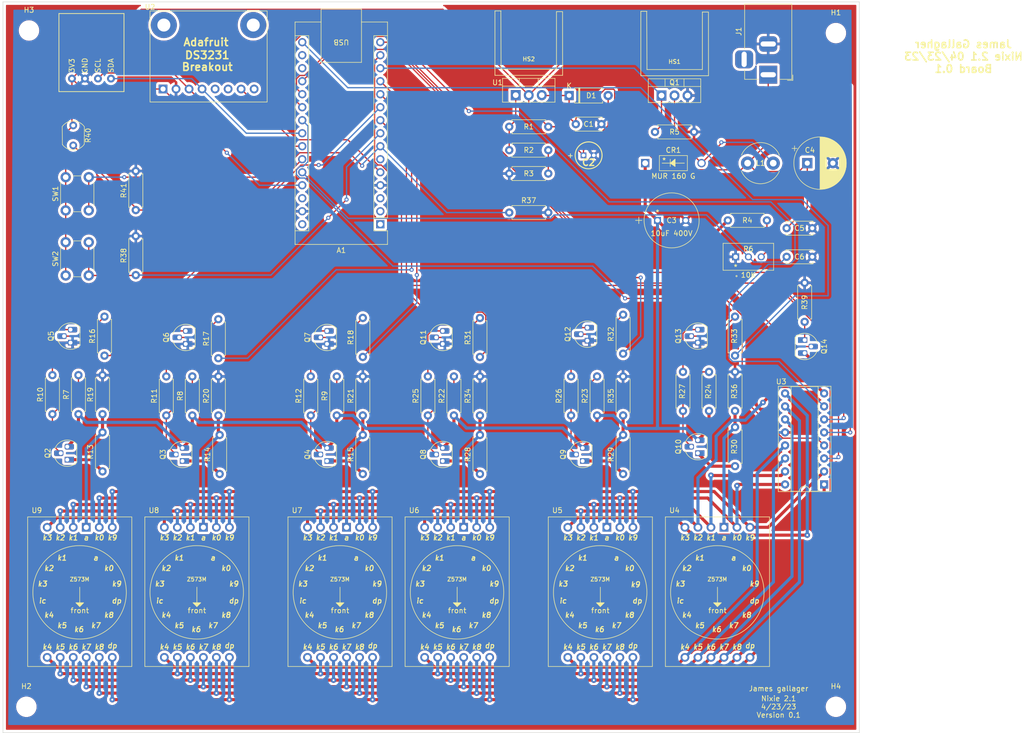
<source format=kicad_pcb>
(kicad_pcb (version 20211014) (generator pcbnew)
  (layers (0 "F.Cu" signal) (31 "B.Cu" signal) (34 "B.Paste" user) (35 "F.Paste" user) (36 "B.SilkS" user "B.Silkscreen") (37 "F.SilkS" user "F.Silkscreen") (38 "B.Mask" user) (39 "F.Mask" user) (44 "Edge.Cuts" user))
  (net 0 "")
  (net 4 "GND")
  (net 5 "1s_pulse")
  (net 7 "Net-(A1-Pad7)")
  (net 8 "Net-(A1-Pad8)")
  (net 9 "DP")
  (net 10 "digit_0")
  (net 11 "digit_1")
  (net 12 "digit_2")
  (net 13 "Cntrl")
  (net 14 "digit_3")
  (net 15 "digit_4")
  (net 16 "digit_5")
  (net 19 "A0")
  (net 20 "A1")
  (net 21 "A2")
  (net 22 "A3")
  (net 23 "SDA")
  (net 24 "SCL")
  (net 25 "Net-(A1-Pad25)")
  (net 26 "Vm")
  (net 27 "+5V")
  (net 30 "+15V")
  (net 31 "HV")
  (net 32 "Net-(CR1-Pad2)")
  (net 34 "Net-(Q2-Pad1)")
  (net 35 "Net-(Q2-Pad2)")
  (net 36 "Net-(Q3-Pad1)")
  (net 37 "Net-(Q3-Pad2)")
  (net 38 "Net-(Q4-Pad1)")
  (net 39 "Net-(Q4-Pad2)")
  (net 40 "Net-(Q5-Pad2)")
  (net 41 "Net-(Q5-Pad3)")
  (net 42 "Net-(Q6-Pad2)")
  (net 43 "Net-(Q6-Pad3)")
  (net 44 "Net-(Q7-Pad2)")
  (net 45 "Net-(Q7-Pad3)")
  (net 46 "Net-(Q8-Pad1)")
  (net 47 "Net-(Q8-Pad2)")
  (net 48 "Net-(Q9-Pad1)")
  (net 49 "Net-(Q9-Pad2)")
  (net 50 "Net-(Q10-Pad1)")
  (net 51 "Net-(Q10-Pad2)")
  (net 52 "Net-(Q11-Pad2)")
  (net 53 "Net-(Q11-Pad3)")
  (net 54 "Net-(Q12-Pad2)")
  (net 55 "Net-(Q12-Pad3)")
  (net 56 "Net-(Q13-Pad2)")
  (net 57 "Net-(Q13-Pad3)")
  (net 58 "Net-(Q14-Pad1)")
  (net 59 "/Nixies 2.1 Display/tube_dp")
  (net 60 "Net-(R1-Pad2)")
  (net 61 "Net-(R2-Pad2)")
  (net 62 "Net-(R4-Pad2)")
  (net 63 "T1")
  (net 64 "T2")
  (net 65 "T3")
  (net 66 "T4")
  (net 67 "T5")
  (net 68 "T6")
  (net 72 "/Nixies 2.1 Display/k8")
  (net 73 "/Nixies 2.1 Display/k9")
  (net 74 "/Nixies 2.1 Display/k2")
  (net 75 "/Nixies 2.1 Display/k3")
  (net 76 "/Nixies 2.1 Display/k7")
  (net 77 "/Nixies 2.1 Display/k6")
  (net 78 "/Nixies 2.1 Display/k4")
  (net 79 "/Nixies 2.1 Display/k5")
  (net 80 "/Nixies 2.1 Display/k1")
  (net 81 "/Nixies 2.1 Display/k0")
  (footprint "Resistor_THT:R_Axial_DIN0207_L6.3mm_D2.5mm_P7.62mm_Horizontal" (layer "F.Cu") (at 41.166 73.17 90)
    (fp_text reference "R38")
    (fp_text value "10K")
  )
  (footprint "nixie-2.1-footprints:1.0uF_160V_CAPPRD200W50D525H1250" (layer "F.Cu") (at 128.54 49.784)
    (fp_text reference "C2")
    (fp_text value "1.0uF 160V" hide)
  )
  (footprint "Resistor_THT:R_Axial_DIN0207_L6.3mm_D2.5mm_P7.62mm_Horizontal" (layer "F.Cu") (at 80.391 100.584 90)
    (fp_text reference "R9")
    (fp_text value "10K")
  )
  (footprint "Package_TO_SOT_THT:TO-220-3_Vertical" (layer "F.Cu") (at 115.316 38.029)
    (fp_text reference "U1")
    (fp_text value "LM317_TO-220")
  )
  (footprint "nixie-2.1-footprints:Z573M_Board" (layer "F.Cu") (at 53.086 135.128)
    (fp_text reference "U8")
    (fp_text value "Z573M_Board")
  )
  (footprint "Resistor_THT:R_Axial_DIN0207_L6.3mm_D2.5mm_P7.62mm_Horizontal" (layer "F.Cu") (at 41.166 60.47 90)
    (fp_text reference "R41")
    (fp_text value "390K")
  )
  (footprint "nixie-2.1-footprints:MUR160G" (layer "F.Cu") (at 140.5813 51.308)
    (fp_text reference "CR1")
    (fp_text value "MUR 160 G")
  )
  (footprint "nixie-2.1-footprints:BarrelJack_Horizontal" (layer "F.Cu") (at 164.592 34.036 -90)
    (fp_text reference "J1")
    (fp_text value "Barrel_Jack_Switch")
  )
  (footprint "nixie-2.1-footprints:PV36W103C01B00" (layer "F.Cu") (at 158.2293 69.6087)
    (fp_text reference "R6")
    (fp_text value "10K")
  )
  (footprint "MountingHole:MountingHole_3mm" (layer "F.Cu") (at 20.32 25.4)
    (fp_text reference "H3")
    (fp_text value "MountingHole")
  )
  (footprint "Package_TO_SOT_THT:TO-92L_HandSolder" (layer "F.Cu") (at 28.427 86.36 90)
    (fp_text reference "Q5")
    (fp_text value "MPSA42")
  )
  (footprint "Package_TO_SOT_THT:TO-92L_HandSolder" (layer "F.Cu") (at 78.486 109.474 90)
    (fp_text reference "Q4")
    (fp_text value "MPSA92")
  )
  (footprint "Resistor_THT:R_Axial_DIN0207_L6.3mm_D2.5mm_P7.62mm_Horizontal" (layer "F.Cu") (at 52.197 100.584 90)
    (fp_text reference "R8")
    (fp_text value "10K")
  )
  (footprint "Resistor_THT:R_Axial_DIN0207_L6.3mm_D2.5mm_P7.62mm_Horizontal" (layer "F.Cu") (at 85.471 112.014 90)
    (fp_text reference "R15")
    (fp_text value "3.3K")
  )
  (footprint "Package_TO_SOT_THT:TO-92L_HandSolder" (layer "F.Cu") (at 50.271 109.474 90)
    (fp_text reference "Q3")
    (fp_text value "MPSA92")
  )
  (footprint "Resistor_THT:R_Axial_DIN0207_L6.3mm_D2.5mm_P7.62mm_Horizontal" (layer "F.Cu") (at 126.111 100.584 90)
    (fp_text reference "R26")
    (fp_text value "1M")
  )
  (footprint "Resistor_THT:R_Axial_DIN0207_L6.3mm_D2.5mm_P7.62mm_Horizontal" (layer "F.Cu") (at 98.171 100.584 90)
    (fp_text reference "R25")
    (fp_text value "1M")
  )
  (footprint "nixie-2.1-footprints:BMP280_bb" (layer "F.Cu") (at 32.512 29.464)
    (fp_text reference "U10" hide)
    (fp_text value "BMP180_breakout")
  )
  (footprint "nixie-2.1-footprints:AVVID-577202B-00000G" (layer "F.Cu") (at 146.3265 34.3025 180)
    (fp_text reference "HS1")
    (fp_text value "Heatsink")
  )
  (footprint "Resistor_THT:R_Axial_DIN0207_L6.3mm_D2.5mm_P7.62mm_Horizontal" (layer "F.Cu") (at 103.251 100.584 90)
    (fp_text reference "R22")
    (fp_text value "10K")
  )
  (footprint "Symbol:OSHW-Logo2_7.3x6mm_Copper" (layer "F.Cu") (at 176.276 140.208)
    (fp_text reference "REF**" hide)
    (fp_text value "OSHW-Logo2_7.3x6mm_Copper" hide)
  )
  (footprint "Resistor_THT:R_Axial_DIN0207_L6.3mm_D2.5mm_P7.62mm_Horizontal" (layer "F.Cu") (at 24.892 100.33 90)
    (fp_text reference "R10")
    (fp_text value "1M")
  )
  (footprint "Package_TO_SOT_THT:TO-92L_HandSolder" (layer "F.Cu") (at 171.704 85.852 -90)
    (fp_text reference "Q14")
    (fp_text value "MPSA42")
  )
  (footprint "Resistor_THT:R_Axial_DIN0207_L6.3mm_D2.5mm_P7.62mm_Horizontal" (layer "F.Cu") (at 57.277 100.584 90)
    (fp_text reference "R20")
    (fp_text value "220K")
  )
  (footprint "nixie-2.1-footprints:R_LDR_5.1x4.3mm_P3.9mm_Vertical" (layer "F.Cu") (at 28.956 44.196 -90)
    (fp_text reference "R40")
    (fp_text value "R_Photo")
  )
  (footprint "MountingHole:MountingHole_3mm" (layer "F.Cu") (at 177.8 25.908)
    (fp_text reference "H1")
    (fp_text value "MountingHole")
  )
  (footprint "Resistor_THT:R_Axial_DIN0207_L6.3mm_D2.5mm_P7.62mm_Horizontal" (layer "F.Cu") (at 34.671 100.33 90)
    (fp_text reference "R19")
    (fp_text value "220K")
  )
  (footprint "Resistor_THT:R_Axial_DIN0207_L6.3mm_D2.5mm_P7.62mm_Horizontal" (layer "F.Cu") (at 156.718 62.484)
    (fp_text reference "R4")
    (fp_text value "390K")
  )
  (footprint "nixie-2.1-footprints:ESG475M400AH2AA" (layer "F.Cu") (at 142.9816 62.484)
    (fp_text reference "C3")
    (fp_text value "10uF 400V")
  )
  (footprint "Resistor_THT:R_Axial_DIN0207_L6.3mm_D2.5mm_P7.62mm_Horizontal" (layer "F.Cu") (at 57.277 89.408 90)
    (fp_text reference "R17")
    (fp_text value "10K")
  )
  (footprint "Resistor_THT:R_Axial_DIN0207_L6.3mm_D2.5mm_P7.62mm_Horizontal" (layer "F.Cu") (at 147.955 99.695 90)
    (fp_text reference "R27")
    (fp_text value "1M")
  )
  (footprint "Resistor_THT:R_Axial_DIN0207_L6.3mm_D2.5mm_P7.62mm_Horizontal" (layer "F.Cu") (at 57.531 112.014 90)
    (fp_text reference "R14")
    (fp_text value "3.3K")
  )
  (footprint "nixie-2.1-footprints:Z573M_Board" (layer "F.Cu") (at 81.026 135.128)
    (fp_text reference "U7")
    (fp_text value "Z573M_Board")
  )
  (footprint "Package_TO_SOT_THT:TO-92L_HandSolder" (layer "F.Cu") (at 128.376 109.474 90)
    (fp_text reference "Q9")
    (fp_text value "MPSA92")
  )
  (footprint "Resistor_THT:R_Axial_DIN0207_L6.3mm_D2.5mm_P7.62mm_Horizontal" (layer "F.Cu") (at 35.052 88.9 90)
    (fp_text reference "R16")
    (fp_text value "10K")
  )
  (footprint "MountingHole:MountingHole_3mm" (layer "F.Cu") (at 19.812 157.48)
    (fp_text reference "H2")
    (fp_text value "MountingHole")
  )
  (footprint "Package_TO_SOT_THT:TO-92L_HandSolder" (layer "F.Cu") (at 101.071 109.474 90)
    (fp_text reference "Q8")
    (fp_text value "MPSA92")
  )
  (footprint "Package_DIP:DIP-16_W7.62mm_Socket" (layer "F.Cu") (at 175.504 114.056 180)
    (fp_text reference "U3")
    (fp_text value "74141")
  )
  (footprint "Resistor_THT:R_Axial_DIN0207_L6.3mm_D2.5mm_P7.62mm_Horizontal" (layer "F.Cu") (at 108.331 100.584 90)
    (fp_text reference "R34")
    (fp_text value "220K")
  )
  (footprint "Package_TO_SOT_THT:TO-92L_HandSolder" (layer "F.Cu") (at 50.906 86.614 90)
    (fp_text reference "Q6")
    (fp_text value "MPSA42")
  )
  (footprint "Resistor_THT:R_Axial_DIN0207_L6.3mm_D2.5mm_P7.62mm_Horizontal" (layer "F.Cu") (at 85.471 89.154 90)
    (fp_text reference "R18")
    (fp_text value "10K")
  )
  (footprint "nixie-2.1-footprints:Z573M_Board" (layer "F.Cu") (at 131.826 135.128)
    (fp_text reference "U5")
    (fp_text value "Z573M_Board")
  )
  (footprint "Resistor_THT:R_Axial_DIN0207_L6.3mm_D2.5mm_P7.62mm_Horizontal" (layer "F.Cu") (at 158.115 88.9 90)
    (fp_text reference "R33")
    (fp_text value "10K")
  )
  (footprint "nixie-2.1-footprints:Z573M_Board" (layer "F.Cu") (at 154.686 135.128)
    (fp_text reference "U4")
    (fp_text value "Z573M_Board")
  )
  (footprint "Resistor_THT:R_Axial_DIN0207_L6.3mm_D2.5mm_P7.62mm_Horizontal" (layer "F.Cu") (at 75.311 100.584 90)
    (fp_text reference "R12")
    (fp_text value "1M")
  )
  (footprint "Resistor_THT:R_Axial_DIN0207_L6.3mm_D2.5mm_P7.62mm_Horizontal" (layer "F.Cu") (at 171.704 82.296 90)
    (fp_text reference "R39")
    (fp_text value "12K")
  )
  (footprint "Package_TO_SOT_THT:TO-92L_HandSolder" (layer "F.Cu") (at 78.486 86.614 90)
    (fp_text reference "Q7")
    (fp_text value "MPSA42")
  )
  (footprint "Resistor_THT:R_Axial_DIN0207_L6.3mm_D2.5mm_P7.62mm_Horizontal" (layer "F.Cu") (at 114.046 60.96)
    (fp_text reference "R37")
    (fp_text value "10K")
  )
  (footprint "Resistor_THT:R_Axial_DIN0207_L6.3mm_D2.5mm_P7.62mm_Horizontal" (layer "F.Cu") (at 121.666 44.196 180)
    (fp_text reference "R1")
    (fp_text value "220")
  )
  (footprint "Resistor_THT:R_Axial_DIN0207_L6.3mm_D2.5mm_P7.62mm_Horizontal" (layer "F.Cu") (at 136.271 100.584 90)
    (fp_text reference "R35")
    (fp_text value "220K")
  )
  (footprint "Module:Arduino_Nano" (layer "F.Cu") (at 88.89 63.246 180)
    (fp_text reference "A1")
    (fp_text value "Arduino_Nano_v3.x")
  )
  (footprint "Resistor_THT:R_Axial_DIN0207_L6.3mm_D2.5mm_P7.62mm_Horizontal" (layer "F.Cu") (at 47.117 100.584 90)
    (fp_text reference "R11")
    (fp_text value "1M")
  )
  (footprint "Capacitor_THT:C_Disc_D5.0mm_W2.5mm_P5.00mm" (layer "F.Cu") (at 127.04 43.688)
    (fp_text reference "C1")
    (fp_text value "0.1uF 50V")
  )
  (footprint "Package_TO_SOT_THT:TO-92L_HandSolder" (layer "F.Cu") (at 150.855 86.36 90)
    (fp_text reference "Q13")
    (fp_text value "MPSA42")
  )
  (footprint "Resistor_THT:R_Axial_DIN0207_L6.3mm_D2.5mm_P7.62mm_Horizontal" (layer "F.Cu") (at 153.035 99.695 90)
    (fp_text reference "R24")
    (fp_text value "10K")
  )
  (footprint "Resistor_THT:R_Axial_DIN0207_L6.3mm_D2.5mm_P7.62mm_Horizontal" (layer "F.Cu") (at 142.494 45.212)
    (fp_text reference "R5")
    (fp_text value "1M")
  )
  (footprint "nixie-2.1-footprints:AVVID-577202B-00000G" (layer "F.Cu") (at 117.856 34.2275 180)
    (fp_text reference "HS2")
    (fp_text value "Heatsink")
  )
  (footprint "Package_TO_SOT_THT:TO-92L_HandSolder" (layer "F.Cu") (at 101.071 86.614 90)
    (fp_text reference "Q11")
    (fp_text value "MPSA42")
  )
  (footprint "Package_TO_SOT_THT:TO-220-3_Vertical" (layer "F.Cu") (at 143.764 38.1)
    (fp_text reference "Q1")
    (fp_text value "IRF730 TO220-3")
  )
  (footprint "Resistor_THT:R_Axial_DIN0207_L6.3mm_D2.5mm_P7.62mm_Horizontal" (layer "F.Cu") (at 121.666 53.34 180)
    (fp_text reference "R3")
    (fp_text value "330")
  )
  (footprint "Resistor_THT:R_Axial_DIN0207_L6.3mm_D2.5mm_P7.62mm_Horizontal" (layer "F.Cu") (at 108.331 89.154 90)
    (fp_text reference "R31")
    (fp_text value "10K")
  )
  (footprint "Package_TO_SOT_THT:TO-92L_HandSolder" (layer "F.Cu") (at 27.792 109.22 90)
    (fp_text reference "Q2")
    (fp_text value "MPSA92")
  )
  (footprint "Capacitor_THT:CP_Radial_D10.0mm_P5.00mm" (layer "F.Cu") (at 172.212 51.308)
    (fp_text reference "C4")
    (fp_text value "470uF 25V")
  )
  (footprint "Diode_THT:D_A-405_P7.62mm_Horizontal" (layer "F.Cu") (at 125.73 38.1)
    (fp_text reference "D1")
    (fp_text value "1N4002")
  )
  (footprint "MountingHole:MountingHole_3mm" (layer "F.Cu") (at 177.8 157.48)
    (fp_text reference "H4")
    (fp_text value "MountingHole")
  )
  (footprint "Resistor_THT:R_Axial_DIN0207_L6.3mm_D2.5mm_P7.62mm_Horizontal" (layer "F.Cu") (at 108.331 112.014 90)
    (fp_text reference "R28")
    (fp_text value "3.3K")
  )
  (footprint "Button_Switch_THT:SW_PUSH_6mm" (layer "F.Cu") (at 27.486 60.545 90)
    (fp_text reference "SW1")
    (fp_text value "SW_Push")
  )
  (footprint "Inductor_THT:L_Radial_D7.8mm_P5.00mm_Fastron_07HCP" (layer "F.Cu") (at 160.568 51.308)
    (fp_text reference "L1")
    (fp_text value "200uH 1A 450m")
  )
  (footprint "Resistor_THT:R_Axial_DIN0207_L6.3mm_D2.5mm_P7.62mm_Horizontal" (layer "F.Cu") (at 131.191 100.584 90)
    (fp_text reference "R23")
    (fp_text value "10K")
  )
  (footprint "Symbol:KiCad-Logo2_5mm_Copper" (layer "F.Cu") (at 173.736 147.32)
    (fp_text reference "REF**" hide)
    (fp_text value "KiCad-Logo2_5mm_Copper" hide)
  )
  (footprint "Resistor_THT:R_Axial_DIN0207_L6.3mm_D2.5mm_P7.62mm_Horizontal" (layer "F.Cu") (at 136.271 88.519 90)
    (fp_text reference "R32")
    (fp_text value "10K")
  )
  (footprint "Package_TO_SOT_THT:TO-92L_HandSolder" (layer "F.Cu") (at 129.286 85.979 90)
    (fp_text reference "Q12")
    (fp_text value "MPSA42")
  )
  (footprint "nixie-2.1-footprints:Z573M_Board" (layer "F.Cu") (at 30.226 135.128)
    (fp_text reference "U9")
    (fp_text value "Z573M_Board")
  )
  (footprint "Resistor_THT:R_Axial_DIN0207_L6.3mm_D2.5mm_P7.62mm_Horizontal" (layer "F.Cu") (at 158.115 99.695 90)
    (fp_text reference "R36")
    (fp_text value "220K")
  )
  (footprint "Capacitor_THT:C_Disc_D5.0mm_W2.5mm_P5.00mm" (layer "F.Cu") (at 168.188 69.596)
    (fp_text reference "C6")
    (fp_text value "0.1uF 50V")
  )
  (footprint "Package_TO_SOT_THT:TO-92L_HandSolder" (layer "F.Cu") (at 150.855 107.95 90)
    (fp_text reference "Q10")
    (fp_text value "MPSA92")
  )
  (footprint "Resistor_THT:R_Axial_DIN0207_L6.3mm_D2.5mm_P7.62mm_Horizontal" (layer "F.Cu") (at 29.972 100.33 90)
    (fp_text reference "R7")
    (fp_text value "10K")
  )
  (footprint "nixie-2.1-footprints:Z573M_Board" (layer "F.Cu") (at 103.886 135.128)
    (fp_text reference "U6")
    (fp_text value "Z573M_Board")
  )
  (footprint "Resistor_THT:R_Axial_DIN0207_L6.3mm_D2.5mm_P7.62mm_Horizontal" (layer "F.Cu") (at 136.271 112.014 90)
    (fp_text reference "R29")
    (fp_text value "3.3K")
  )
  (footprint "Button_Switch_THT:SW_PUSH_6mm" (layer "F.Cu") (at 27.486 73.245 90)
    (fp_text reference "SW2")
    (fp_text value "SW_Push")
  )
  (footprint "Resistor_THT:R_Axial_DIN0207_L6.3mm_D2.5mm_P7.62mm_Horizontal" (layer "F.Cu") (at 158.115 110.49 90)
    (fp_text reference "R30")
    (fp_text value "3.3K")
  )
  (footprint "Resistor_THT:R_Axial_DIN0207_L6.3mm_D2.5mm_P7.62mm_Horizontal" (layer "F.Cu") (at 114.046 48.768)
    (fp_text reference "R2")
    (fp_text value "330")
  )
  (footprint "Capacitor_THT:C_Disc_D5.0mm_W2.5mm_P5.00mm" (layer "F.Cu") (at 168.188 64.008)
    (fp_text reference "C5")
    (fp_text value "0.1uF 50V")
  )
  (footprint "nixie-2.1-footprints:Adafruit_DS3231_breakout" (layer "F.Cu") (at 43.942 21.59)
    (fp_text reference "U2")
    (fp_text value "Adafruit_DS3231_breakout")
  )
  (footprint "Resistor_THT:R_Axial_DIN0207_L6.3mm_D2.5mm_P7.62mm_Horizontal" (layer "F.Cu") (at 34.671 111.506 90)
    (fp_text reference "R13")
    (fp_text value "3.3K")
  )
  (footprint "Resistor_THT:R_Axial_DIN0207_L6.3mm_D2.5mm_P7.62mm_Horizontal" (layer "F.Cu") (at 85.471 100.584 90)
    (fp_text reference "R21")
    (fp_text value "220K")
  )
  (gr_line (start 15.24 162.56) (end 15.24 19.812) (layer "Edge.Cuts") (width 0.1))
  (gr_line (start 182.372 162.56) (end 15.24 162.56) (layer "Edge.Cuts") (width 0.1))
  (gr_line (start 182.372 19.812) (end 182.372 162.56) (layer "Edge.Cuts") (width 0.1))
  (gr_line (start 15.24 19.812) (end 182.372 19.812) (layer "Edge.Cuts") (width 0.1))
  (gr_text "Nixie 2.1\n4/23/23\nVersion 0.1" (at 166.624 157.48) (layer "F.SilkS") (effects (font (size 1 1))))
  (gr_text "James gallager\n" (at 166.624 153.924) (layer "F.SilkS") (effects (font (size 1 1))))
  (gr_text "James Gallagher\nNixie 2.1 04/23/23\nBoard 0.1" (at 202.692 30.48) (layer "F.SilkS") (effects (font (size 1.5 1.5) (thickness 0.3)) (justify mirror)))
  (segment (start 78.486 86.614) (end 79.121 86.614) (width 0.25) (layer "B.Cu") (net 4))
  (segment (start 150.855 86.36) (end 151.08 86.36) (width 0.25) (layer "B.Cu") (net 4))
  (segment (start 50.906 86.614) (end 50.927 86.614) (width 0.25) (layer "B.Cu") (net 4))
  (segment (start 82.54 46.736) (end 88.89 53.086) (width 0.25) (layer "F.Cu") (net 5))
  (segment (start 61.722 36.83) (end 71.628 46.736) (width 0.25) (layer "F.Cu") (net 5))
  (segment (start 71.628 46.736) (end 82.54 46.736) (width 0.25) (layer "F.Cu") (net 5))
  (segment (start 31.986 54.045) (end 31.986 60.545) (width 0.25) (layer "F.Cu") (net 7))
  (segment (start 82.804 49.276) (end 85.344 51.816) (width 0.25) (layer "F.Cu") (net 7))
  (segment (start 38.919 54.045) (end 68.383 54.045) (width 0.25) (layer "F.Cu") (net 7))
  (segment (start 68.383 54.045) (end 73.152 49.276) (width 0.25) (layer "F.Cu") (net 7))
  (segment (start 73.152 49.276) (end 82.804 49.276) (width 0.25) (layer "F.Cu") (net 7))
  (via (at 38.919 54.045) (size 0.8) (drill 0.4) (layers "F.Cu" "B.Cu") (net 7))
  (via (at 85.344 51.816) (size 0.8) (drill 0.4) (layers "F.Cu" "B.Cu") (net 7))
  (segment (start 114.046 60.96) (end 101.844 60.96) (width 0.25) (layer "B.Cu") (net 7))
  (segment (start 85.344 51.552) (end 88.89 48.006) (width 0.25) (layer "B.Cu") (net 7))
  (segment (start 85.344 51.816) (end 85.344 51.552) (width 0.25) (layer "B.Cu") (net 7))
  (segment (start 101.844 60.96) (end 88.89 48.006) (width 0.25) (layer "B.Cu") (net 7))
  (segment (start 31.986 54.045) (end 38.919 54.045) (width 0.25) (layer "B.Cu") (net 7))
  (segment (start 41.091 73.245) (end 41.166 73.17) (width 0.25) (layer "F.Cu") (net 8))
  (segment (start 31.986 66.745) (end 31.986 73.245) (width 0.25) (layer "F.Cu") (net 8))
  (segment (start 31.986 73.245) (end 41.091 73.245) (width 0.25) (layer "F.Cu") (net 8))
  (segment (start 82.296 58.42) (end 78.74 61.976) (width 0.25) (layer "F.Cu") (net 8))
  (via (at 82.296 58.42) (size 0.8) (drill 0.4) (layers "F.Cu" "B.Cu") (net 8))
  (via (at 78.74 61.976) (size 0.8) (drill 0.4) (layers "F.Cu" "B.Cu") (net 8))
  (segment (start 88.89 45.466) (end 82.296 52.06) (width 0.25) (layer "B.Cu") (net 8))
  (segment (start 78.74 61.976) (end 67.546 73.17) (width 0.25) (layer "B.Cu") (net 8))
  (segment (start 67.546 73.17) (end 41.166 73.17) (width 0.25) (layer "B.Cu") (net 8))
  (segment (start 82.296 52.06) (end 82.296 58.42) (width 0.25) (layer "B.Cu") (net 8))
  (segment (start 157.48 75.184) (end 165.862 83.566) (width 0.25) (layer "F.Cu") (net 9))
  (segment (start 93.98 48.016) (end 93.98 75.184) (width 0.25) (layer "F.Cu") (net 9))
  (segment (start 88.89 42.926) (end 93.98 48.016) (width 0.25) (layer "F.Cu") (net 9))
  (segment (start 93.98 75.184) (end 157.48 75.184) (width 0.25) (layer "F.Cu") (net 9))
  (segment (start 165.862 87.122) (end 172.974 87.122) (width 0.25) (layer "F.Cu") (net 9))
  (segment (start 165.862 83.566) (end 165.862 87.122) (width 0.25) (layer "F.Cu") (net 9))
  (segment (start 73.41237 51.671) (end 76.853 51.671) (width 0.25) (layer "F.Cu") (net 10))
  (segment (start 35.052 88.9) (end 36.18337 88.9) (width 0.25) (layer "F.Cu") (net 10))
  (segment (start 36.18337 88.9) (end 73.41237 51.671) (width 0.25) (layer "F.Cu") (net 10))
  (via (at 76.853 51.671) (size 0.8) (drill 0.4) (layers "F.Cu" "B.Cu") (net 10))
  (segment (start 88.89 40.386) (end 77.605 51.671) (width 0.25) (layer "B.Cu") (net 10))
  (segment (start 77.605 51.671) (end 76.853 51.671) (width 0.25) (layer "B.Cu") (net 10))
  (segment (start 88.89 37.846) (end 94.996 43.952) (width 0.25) (layer "F.Cu") (net 11))
  (segment (start 94.996 43.952) (end 94.996 72.136) (width 0.25) (layer "F.Cu") (net 11))
  (via (at 94.996 72.136) (size 0.8) (drill 0.4) (layers "F.Cu" "B.Cu") (net 11))
  (segment (start 80.264 72.136) (end 94.996 72.136) (width 0.25) (layer "B.Cu") (net 11))
  (segment (start 57.277 89.408) (end 62.992 89.408) (width 0.25) (layer "B.Cu") (net 11))
  (segment (start 62.992 89.408) (end 80.264 72.136) (width 0.25) (layer "B.Cu") (net 11))
  (segment (start 96.012 42.428) (end 96.012 73.152) (width 0.25) (layer "F.Cu") (net 12))
  (segment (start 88.89 35.306) (end 96.012 42.428) (width 0.25) (layer "F.Cu") (net 12))
  (via (at 96.012 73.152) (size 0.8) (drill 0.4) (layers "F.Cu" "B.Cu") (net 12))
  (segment (start 96.012 78.613) (end 96.012 73.152) (width 0.25) (layer "B.Cu") (net 12))
  (segment (start 85.471 89.154) (end 96.012 78.613) (width 0.25) (layer "B.Cu") (net 12))
  (segment (start 143.764 43.942) (end 142.494 45.212) (width 0.25) (layer "F.Cu") (net 13))
  (segment (start 143.764 38.1) (end 143.764 43.942) (width 0.25) (layer "F.Cu") (net 13))
  (segment (start 88.89 32.766) (end 138.43 32.766) (width 0.25) (layer "B.Cu") (net 13))
  (segment (start 138.43 32.766) (end 143.764 38.1) (width 0.25) (layer "B.Cu") (net 13))
  (segment (start 93.022 55.627009) (end 93.022 75.370396) (width 0.25) (layer "F.Cu") (net 14))
  (segment (start 93.022 75.370396) (end 98.060604 80.409) (width 0.25) (layer "F.Cu") (net 14))
  (segment (start 87.765 51.011991) (end 88.424009 51.671) (width 0.25) (layer "F.Cu") (net 14))
  (segment (start 89.065991 51.671) (end 93.022 55.627009) (width 0.25) (layer "F.Cu") (net 14))
  (segment (start 88.89 30.226) (end 87.765 31.351) (width 0.25) (layer "F.Cu") (net 14))
  (segment (start 108.796991 80.409) (end 109.456 81.068009) (width 0.25) (layer "F.Cu") (net 14))
  (segment (start 98.060604 80.409) (end 108.796991 80.409) (width 0.25) (layer "F.Cu") (net 14))
  (segment (start 109.456 81.068009) (end 109.456 88.029) (width 0.25) (layer "F.Cu") (net 14))
  (segment (start 88.424009 51.671) (end 89.065991 51.671) (width 0.25) (layer "F.Cu") (net 14))
  (segment (start 87.765 31.351) (end 87.765 51.011991) (width 0.25) (layer "F.Cu") (net 14))
  (segment (start 109.456 88.029) (end 108.331 89.154) (width 0.25) (layer "F.Cu") (net 14))
  (segment (start 90.678 27.686) (end 136.652 73.66) (width 0.25) (layer "F.Cu") (net 15))
  (segment (start 136.652 73.66) (end 139.7 73.66) (width 0.25) (layer "F.Cu") (net 15))
  (segment (start 88.89 27.686) (end 90.678 27.686) (width 0.25) (layer "F.Cu") (net 15))
  (via (at 139.7 73.66) (size 0.8) (drill 0.4) (layers "F.Cu" "B.Cu") (net 15))
  (segment (start 136.271 88.519) (end 139.7 85.09) (width 0.25) (layer "B.Cu") (net 15))
  (segment (start 139.7 85.09) (end 139.7 73.66) (width 0.25) (layer "B.Cu") (net 15))
  (segment (start 139.7 36.576) (end 161.544 58.42) (width 0.25) (layer "B.Cu") (net 16))
  (segment (start 176.276 77.216) (end 169.843 77.216) (width 0.25) (layer "B.Cu") (net 16))
  (segment (start 171.196 58.42) (end 176.276 63.5) (width 0.25) (layer "B.Cu") (net 16))
  (segment (start 161.544 58.42) (end 171.196 58.42) (width 0.25) (layer "B.Cu") (net 16))
  (segment (start 169.821 77.194) (end 158.115 88.9) (width 0.25) (layer "B.Cu") (net 16))
  (segment (start 82.54 36.576) (end 139.7 36.576) (width 0.25) (layer "B.Cu") (net 16))
  (segment (start 169.843 77.216) (end 169.821 77.194) (width 0.25) (layer "B.Cu") (net 16))
  (segment (start 73.65 27.686) (end 82.54 36.576) (width 0.25) (layer "B.Cu") (net 16))
  (segment (start 176.276 63.5) (end 176.276 77.216) (width 0.25) (layer "B.Cu") (net 16))
  (segment (start 91.456604 29.101) (end 137.089604 74.734) (width 0.25) (layer "F.Cu") (net 19))
  (segment (start 165.732991 74.734) (end 178.308 87.309009) (width 0.25) (layer "F.Cu") (net 19))
  (segment (start 73.65 35.306) (end 79.855 29.101) (width 0.25) (layer "F.Cu") (net 19))
  (segment (start 79.855 29.101) (end 91.456604 29.101) (width 0.25) (layer "F.Cu") (net 19))
  (segment (start 178.308 87.309009) (end 178.308 108.712) (width 0.25) (layer "F.Cu") (net 19))
  (segment (start 137.089604 74.734) (end 165.732991 74.734) (width 0.25) (layer "F.Cu") (net 19))
  (via (at 178.308 108.712) (size 0.8) (drill 0.4) (layers "F.Cu" "B.Cu") (net 19))
  (segment (start 178.044 108.976) (end 178.308 108.712) (width 0.25) (layer "B.Cu") (net 19))
  (segment (start 175.504 108.976) (end 178.044 108.976) (width 0.25) (layer "B.Cu") (net 19))
  (segment (start 73.65 37.846) (end 72.525 36.721) (width 0.25) (layer "F.Cu") (net 20))
  (segment (start 136.272396 72.644) (end 164.279387 72.644) (width 0.25) (layer "F.Cu") (net 20))
  (segment (start 90.189396 26.561) (end 136.272396 72.644) (width 0.25) (layer "F.Cu") (net 20))
  (segment (start 72.525 34.840009) (end 73.184009 34.181) (width 0.25) (layer "F.Cu") (net 20))
  (segment (start 74.115991 34.181) (end 81.735991 26.561) (width 0.25) (layer "F.Cu") (net 20))
  (segment (start 72.525 36.721) (end 72.525 34.840009) (width 0.25) (layer "F.Cu") (net 20))
  (segment (start 73.184009 34.181) (end 74.115991 34.181) (width 0.25) (layer "F.Cu") (net 20))
  (segment (start 179.324 87.688613) (end 179.324 101.092) (width 0.25) (layer "F.Cu") (net 20))
  (segment (start 164.279387 72.644) (end 179.324 87.688613) (width 0.25) (layer "F.Cu") (net 20))
  (segment (start 81.735991 26.561) (end 90.189396 26.561) (width 0.25) (layer "F.Cu") (net 20))
  (via (at 179.324 101.092) (size 0.8) (drill 0.4) (layers "F.Cu" "B.Cu") (net 20))
  (segment (start 175.504 101.356) (end 179.06 101.356) (width 0.25) (layer "B.Cu") (net 20))
  (segment (start 179.06 101.356) (end 179.324 101.092) (width 0.25) (layer "B.Cu") (net 20))
  (segment (start 72.075 27.670009) (end 73.837009 25.908) (width 0.25) (layer "F.Cu") (net 21))
  (segment (start 72.075 38.811) (end 72.075 27.670009) (width 0.25) (layer "F.Cu") (net 21))
  (segment (start 73.837009 25.908) (end 90.932 25.908) (width 0.25) (layer "F.Cu") (net 21))
  (segment (start 90.932 25.908) (end 106.172 41.148) (width 0.25) (layer "F.Cu") (net 21))
  (segment (start 73.65 40.386) (end 72.075 38.811) (width 0.25) (layer "F.Cu") (net 21))
  (via (at 106.172 41.148) (size 0.8) (drill 0.4) (layers "F.Cu" "B.Cu") (net 21))
  (segment (start 156.972 78.6895) (end 164.592 71.0695) (width 0.25) (layer "B.Cu") (net 21))
  (segment (start 175.504 98.816) (end 166.713 90.025) (width 0.25) (layer "B.Cu") (net 21))
  (segment (start 164.592 71.0695) (end 168.813491 71.0695) (width 0.25) (layer "B.Cu") (net 21))
  (segment (start 157.649009 90.025) (end 156.972 89.347991) (width 0.25) (layer "B.Cu") (net 21))
  (segment (start 165.1 58.87) (end 133.546 58.87) (width 0.25) (layer "B.Cu") (net 21))
  (segment (start 169.821 63.591) (end 165.1 58.87) (width 0.25) (layer "B.Cu") (net 21))
  (segment (start 133.546 58.87) (end 115.824 41.148) (width 0.25) (layer "B.Cu") (net 21))
  (segment (start 115.824 41.148) (end 106.172 41.148) (width 0.25) (layer "B.Cu") (net 21))
  (segment (start 169.821 70.061991) (end 169.821 63.591) (width 0.25) (layer "B.Cu") (net 21))
  (segment (start 166.713 90.025) (end 157.649009 90.025) (width 0.25) (layer "B.Cu") (net 21))
  (segment (start 168.813491 71.0695) (end 169.821 70.061991) (width 0.25) (layer "B.Cu") (net 21))
  (segment (start 156.972 89.347991) (end 156.972 78.6895) (width 0.25) (layer "B.Cu") (net 21))
  (segment (start 159.512 81.086009) (end 156.149991 77.724) (width 0.25) (layer "F.Cu") (net 22))
  (segment (start 156.149991 77.724) (end 136.652 77.724) (width 0.25) (layer "F.Cu") (net 22))
  (segment (start 174.089 105.021) (end 167.418009 105.021) (width 0.25) (layer "F.Cu") (net 22))
  (segment (start 167.418009 105.021) (end 159.512 97.114991) (width 0.25) (layer "F.Cu") (net 22))
  (segment (start 159.512 97.114991) (end 159.512 81.086009) (width 0.25) (layer "F.Cu") (net 22))
  (segment (start 175.504 106.436) (end 174.089 105.021) (width 0.25) (layer "F.Cu") (net 22))
  (via (at 136.652 77.724) (size 0.8) (drill 0.4) (layers "F.Cu" "B.Cu") (net 22))
  (segment (start 73.825991 51.961) (end 73.184009 51.961) (width 0.25) (layer "B.Cu") (net 22))
  (segment (start 74.138604 54.211) (end 91.338604 71.411) (width 0.25) (layer "B.Cu") (net 22))
  (segment (start 72.525 52.620009) (end 72.525 53.551991) (width 0.25) (layer "B.Cu") (net 22))
  (segment (start 74.775 51.011991) (end 73.825991 51.961) (width 0.25) (layer "B.Cu") (net 22))
  (segment (start 73.184009 54.211) (end 74.138604 54.211) (width 0.25) (layer "B.Cu") (net 22))
  (segment (start 73.184009 51.961) (end 72.525 52.620009) (width 0.25) (layer "B.Cu") (net 22))
  (segment (start 130.339 71.411) (end 136.652 77.724) (width 0.25) (layer "B.Cu") (net 22))
  (segment (start 72.525 53.551991) (end 73.184009 54.211) (width 0.25) (layer "B.Cu") (net 22))
  (segment (start 91.338604 71.411) (end 130.339 71.411) (width 0.25) (layer "B.Cu") (net 22))
  (segment (start 74.775 44.051) (end 74.775 51.011991) (width 0.25) (layer "B.Cu") (net 22))
  (segment (start 73.65 42.926) (end 74.775 44.051) (width 0.25) (layer "B.Cu") (net 22))
  (segment (start 54.102 36.83) (end 62.738 45.466) (width 0.25) (layer "B.Cu") (net 23))
  (segment (start 52.07 34.798) (end 54.102 36.83) (width 0.25) (layer "B.Cu") (net 23))
  (segment (start 62.738 45.466) (end 73.65 45.466) (width 0.25) (layer "B.Cu") (net 23))
  (segment (start 36.322 34.798) (end 52.07 34.798) (width 0.25) (layer "B.Cu") (net 23))
  (segment (start 62.738 48.006) (end 73.65 48.006) (width 0.25) (layer "F.Cu") (net 24))
  (segment (start 51.562 36.83) (end 62.738 48.006) (width 0.25) (layer "F.Cu") (net 24))
  (segment (start 33.782 34.798) (end 34.869 33.711) (width 0.25) (layer "F.Cu") (net 24))
  (segment (start 48.443 33.711) (end 51.562 36.83) (width 0.25) (layer "F.Cu") (net 24))
  (segment (start 34.869 33.711) (end 48.443 33.711) (width 0.25) (layer "F.Cu") (net 24))
  (segment (start 63.726 60.47) (end 73.65 50.546) (width 0.25) (layer "F.Cu") (net 25))
  (segment (start 28.956 47.846) (end 41.166 60.056) (width 0.25) (layer "F.Cu") (net 25))
  (segment (start 41.166 60.47) (end 63.726 60.47) (width 0.25) (layer "F.Cu") (net 25))
  (segment (start 41.166 60.056) (end 41.166 60.47) (width 0.25) (layer "F.Cu") (net 25))
  (segment (start 167.1645 70.6195) (end 168.188 69.596) (width 0.25) (layer "B.Cu") (net 26))
  (segment (start 160.7293 69.6087) (end 152.5438 61.4232) (width 0.25) (layer "B.Cu") (net 26))
  (segment (start 160.7293 69.6087) (end 161.7401 70.6195) (width 0.25) (layer "B.Cu") (net 26))
  (segment (start 152.5438 61.4232) (end 122.793791 61.4232) (width 0.25) (layer "B.Cu") (net 26))
  (segment (start 82.649 62.085) (end 73.65 53.086) (width 0.25) (layer "B.Cu") (net 26))
  (segment (start 122.793791 61.4232) (end 122.131991 62.085) (width 0.25) (layer "B.Cu") (net 26))
  (segment (start 122.131991 62.085) (end 82.649 62.085) (width 0.25) (layer "B.Cu") (net 26))
  (segment (start 161.7401 70.6195) (end 167.1645 70.6195) (width 0.25) (layer "B.Cu") (net 26))
  (segment (start 28.956 43.946) (end 27.486 45.416) (width 0.25) (layer "F.Cu") (net 27))
  (segment (start 28.702 43.692) (end 28.956 43.946) (width 0.25) (layer "F.Cu") (net 27))
  (segment (start 117.856 38.029) (end 133.738 22.147) (width 0.25) (layer "F.Cu") (net 27))
  (segment (start 46.482 36.83) (end 58.928 49.276) (width 0.25) (layer "F.Cu") (net 27))
  (segment (start 121.666 44.196) (end 122.952 44.196) (width 0.25) (layer "F.Cu") (net 27))
  (segment (start 128.54 48.778991) (end 128.54 49.784) (width 0.25) (layer "F.Cu") (net 27))
  (segment (start 117.856 38.029) (end 117.856 40.386) (width 0.25) (layer "F.Cu") (net 27))
  (segment (start 42.235 21.265) (end 28.702 34.798) (width 0.25) (layer "F.Cu") (net 27))
  (segment (start 27.486 60.545) (end 27.486 66.745) (width 0.25) (layer "F.Cu") (net 27))
  (segment (start 28.702 34.798) (end 28.702 43.692) (width 0.25) (layer "F.Cu") (net 27))
  (segment (start 30.734 36.83) (end 46.482 36.83) (width 0.25) (layer "F.Cu") (net 27))
  (segment (start 117.856 38.029) (end 101.092 21.265) (width 0.25) (layer "F.Cu") (net 27))
  (segment (start 27.486 66.745) (end 27.486 73.245) (width 0.25) (layer "F.Cu") (net 27))
  (segment (start 166.419 22.147) (end 180.604 36.332) (width 0.25) (layer "F.Cu") (net 27))
  (segment (start 101.092 21.265) (end 42.235 21.265) (width 0.25) (layer "F.Cu") (net 27))
  (segment (start 122.952 44.196) (end 128.54 49.784) (width 0.25) (layer "F.Cu") (net 27))
  (segment (start 133.35 43.968991) (end 128.54 48.778991) (width 0.25) (layer "F.Cu") (net 27))
  (segment (start 28.702 34.798) (end 30.734 36.83) (width 0.25) (layer "F.Cu") (net 27))
  (segment (start 117.856 40.386) (end 121.666 44.196) (width 0.25) (layer "F.Cu") (net 27))
  (segment (start 133.738 22.147) (end 166.419 22.147) (width 0.25) (layer "F.Cu") (net 27))
  (segment (start 27.486 54.045) (end 27.486 60.545) (width 0.25) (layer "F.Cu") (net 27))
  (segment (start 180.604 36.332) (end 180.604 103.896) (width 0.25) (layer "F.Cu") (net 27))
  (segment (start 133.35 38.1) (end 133.35 43.968991) (width 0.25) (layer "F.Cu") (net 27))
  (segment (start 27.486 45.416) (end 27.486 54.045) (width 0.25) (layer "F.Cu") (net 27))
  (via (at 180.604 103.896) (size 0.8) (drill 0.4) (layers "F.Cu" "B.Cu") (net 27))
  (via (at 58.928 49.276) (size 0.8) (drill 0.4) (layers "F.Cu" "B.Cu") (net 27))
  (segment (start 65.278 55.626) (end 58.928 49.276) (width 0.25) (layer "B.Cu") (net 27))
  (segment (start 73.65 55.626) (end 65.278 55.626) (width 0.25) (layer "B.Cu") (net 27))
  (segment (start 175.504 103.896) (end 180.604 103.896) (width 0.25) (layer "B.Cu") (net 27))
  (segment (start 164.592 47.284) (end 160.568 51.308) (width 0.25) (layer "F.Cu") (net 30))
  (segment (start 127.04 43.688) (end 127.04 42.55663) (width 0.25) (layer "F.Cu") (net 30))
  (segment (start 138.8929 47.244) (end 134.62 47.244) (width 0.25) (layer "F.Cu") (net 30))
  (segment (start 172.212 51.308) (end 172.212 59.984) (width 0.25) (layer "F.Cu") (net 30))
  (segment (start 162.193 52.933) (end 160.568 51.308) (width 0.25) (layer "F.Cu") (net 30))
  (segment (start 144.2569 52.608) (end 138.8929 47.244) (width 0.25) (layer "F.Cu") (net 30))
  (segment (start 159.268 52.608) (end 144.2569 52.608) (width 0.25) (layer "F.Cu") (net 30))
  (segment (start 172.212 51.308) (end 170.587 52.933) (width 0.25) (layer "F.Cu") (net 30))
  (segment (start 164.592 47.284) (end 164.592 34.036) (width 0.25) (layer "F.Cu") (net 30))
  (segment (start 120.467 38.1) (end 120.396 38.029) (width 0.25) (layer "F.Cu") (net 30))
  (segment (start 132.72163 36.875) (end 134.411 36.875) (width 0.25) (layer "F.Cu") (net 30))
  (segment (start 172.212 59.984) (end 168.188 64.008) (width 0.25) (layer "F.Cu") (net 30))
  (segment (start 125.73 38.1) (end 120.467 38.1) (width 0.25) (layer "F.Cu") (net 30))
  (segment (start 127.04 42.55663) (end 132.72163 36.875) (width 0.25) (layer "F.Cu") (net 30))
  (segment (start 125.73 38.1) (end 125.73 42.378) (width 0.25) (layer "F.Cu") (net 30))
  (segment (start 125.73 42.378) (end 127.04 43.688) (width 0.25) (layer "F.Cu") (net 30))
  (segment (start 160.568 51.308) (end 159.268 52.608) (width 0.25) (layer "F.Cu") (net 30))
  (segment (start 170.587 52.933) (end 162.193 52.933) (width 0.25) (layer "F.Cu") (net 30))
  (segment (start 134.62 37.084) (end 134.62 47.244) (width 0.25) (layer "F.Cu") (net 30))
  (segment (start 134.411 36.875) (end 134.62 37.084) (width 0.25) (layer "F.Cu") (net 30))
  (segment (start 80.391 100.584) (end 80.391 105.029) (width 0.606715) (layer "F.Cu") (net 31))
  (segment (start 140.5813 51.308) (end 140.5813 60.0837) (width 0.606715) (layer "F.Cu") (net 31))
  (segment (start 103.251 100.584) (end 103.251 104.754) (width 0.606715) (layer "F.Cu") (net 31))
  (segment (start 80.391 105.029) (end 78.486 106.934) (width 0.606715) (layer "F.Cu") (net 31))
  (segment (start 52.197 100.584) (end 52.197 105.008) (width 0.606715) (layer "F.Cu") (net 31))
  (segment (start 145.0136 64.516) (end 142.9816 62.484) (width 0.606715) (layer "F.Cu") (net 31))
  (segment (start 131.191 104.119) (end 128.376 106.934) (width 0.606715) (layer "F.Cu") (net 31))
  (segment (start 153.035 103.23) (end 150.855 105.41) (width 0.606715) (layer "F.Cu") (net 31))
  (segment (start 153.035 99.695) (end 153.035 103.23) (width 0.606715) (layer "F.Cu") (net 31))
  (segment (start 52.197 105.008) (end 50.271 106.934) (width 0.606715) (layer "F.Cu") (net 31))
  (segment (start 103.251 104.754) (end 101.071 106.934) (width 0.606715) (layer "F.Cu") (net 31))
  (segment (start 154.686 64.516) (end 145.0136 64.516) (width 0.606715) (layer "F.Cu") (net 31))
  (segment (start 131.191 100.584) (end 131.191 104.119) (width 0.606715) (layer "F.Cu") (net 31))
  (segment (start 156.718 62.484) (end 154.686 64.516) (width 0.606715) (layer "F.Cu") (net 31))
  (segment (start 29.972 104.5) (end 27.792 106.68) (width 0.606715) (layer "F.Cu") (net 31))
  (segment (start 29.972 100.33) (end 29.972 104.5) (width 0.606715) (layer "F.Cu") (net 31))
  (segment (start 140.5813 60.0837) (end 142.9816 62.484) (width 0.606715) (layer "F.Cu") (net 31))
  (segment (start 136.897064 103.124) (end 142.748 103.124) (width 0.606715) (layer "B.Cu") (net 31))
  (segment (start 53.550357 101.937357) (end 73.489357 101.937357) (width 0.606715) (layer "B.Cu") (net 31))
  (segment (start 103.251 100.584) (end 105.707643 103.040643) (width 0.606715) (layer "B.Cu") (net 31))
  (segment (start 97.261 103.124) (end 101.071 106.934) (width 0.606715) (layer "B.Cu") (net 31))
  (segment (start 83.557064 100.584) (end 86.097064 103.124) (width 0.606715) (layer "B.Cu") (net 31))
  (segment (start 142.748 103.124) (end 142.9816 102.8904) (width 0.606715) (layer "B.Cu") (net 31))
  (segment (start 124.482643 103.040643) (end 128.376 106.934) (width 0.606715) (layer "B.Cu") (net 31))
  (segment (start 142.9816 102.8904) (end 142.9816 62.484) (width 0.606715) (layer "B.Cu") (net 31))
  (segment (start 142.748 103.124) (end 148.569 103.124) (width 0.606715) (layer "B.Cu") (net 31))
  (segment (start 52.197 100.584) (end 53.550357 101.937357) (width 0.606715) (layer "B.Cu") (net 31))
  (segment (start 134.357064 100.584) (end 136.897064 103.124) (width 0.606715) (layer "B.Cu") (net 31))
  (segment (start 29.972 100.33) (end 31.579357 101.937357) (width 0.606715) (layer "B.Cu") (net 31))
  (segment (start 73.489357 101.937357) (end 78.486 106.934) (width 0.606715) (layer "B.Cu") (net 31))
  (segment (start 86.097064 103.124) (end 97.261 103.124) (width 0.606715) (layer "B.Cu") (net 31))
  (segment (start 80.391 100.584) (end 83.557064 100.584) (width 0.606715) (layer "B.Cu") (net 31))
  (segment (start 45.274357 101.937357) (end 50.271 106.934) (width 0.606715) (layer "B.Cu") (net 31))
  (segment (start 105.707643 103.040643) (end 124.482643 103.040643) (width 0.606715) (layer "B.Cu") (net 31))
  (segment (start 131.191 100.584) (end 134.357064 100.584) (width 0.606715) (layer "B.Cu") (net 31))
  (segment (start 31.579357 101.937357) (end 45.274357 101.937357) (width 0.606715) (layer "B.Cu") (net 31))
  (segment (start 148.569 103.124) (end 150.855 105.41) (width 0.606715) (layer "B.Cu") (net 31))
  (segment (start 146.304 38.1) (end 146.304 46.0325) (width 0.25) (layer "F.Cu") (net 32))
  (segment (start 155.448 47.4395) (end 151.5795 51.308) (width 0.25) (layer "F.Cu") (net 32))
  (segment (start 146.304 46.0325) (end 151.5795 51.308) (width 0.25) (layer "F.Cu") (net 32))
  (segment (start 155.448 47.244) (end 155.448 47.4395) (width 0.25) (layer "F.Cu") (net 32))
  (via (at 155.448 47.244) (size 0.8) (drill 0.4) (layers "F.Cu" "B.Cu") (net 32))
  (segment (start 165.568 51.308) (end 161.504 47.244) (width 0.25) (layer "B.Cu") (net 32))
  (segment (start 161.504 47.244) (end 155.448 47.244) (width 0.25) (layer "B.Cu") (net 32))
  (segment (start 27.792 109.22) (end 32.385 109.22) (width 0.606715) (layer "F.Cu") (net 34))
  (segment (start 32.385 109.22) (end 34.671 111.506) (width 0.606715) (layer "F.Cu") (net 34))
  (segment (start 24.892 106.32) (end 26.522 107.95) (width 0.25) (layer "F.Cu") (net 35))
  (segment (start 24.892 100.33) (end 24.892 106.32) (width 0.25) (layer "F.Cu") (net 35))
  (segment (start 29.972 95.25) (end 24.892 100.33) (width 0.25) (layer "F.Cu") (net 35))
  (segment (start 29.972 92.71) (end 29.972 95.25) (width 0.25) (layer "F.Cu") (net 35))
  (segment (start 54.991 109.474) (end 57.531 112.014) (width 0.606715) (layer "F.Cu") (net 36))
  (segment (start 50.271 109.474) (end 54.991 109.474) (width 0.606715) (layer "F.Cu") (net 36))
  (segment (start 47.117 106.32) (end 49.001 108.204) (width 0.25) (layer "F.Cu") (net 37))
  (segment (start 52.197 92.964) (end 52.197 95.504) (width 0.25) (layer "F.Cu") (net 37))
  (segment (start 47.117 100.584) (end 47.117 106.32) (width 0.25) (layer "F.Cu") (net 37))
  (segment (start 52.197 95.504) (end 47.117 100.584) (width 0.25) (layer "F.Cu") (net 37))
  (segment (start 78.486 109.474) (end 82.931 109.474) (width 0.606715) (layer "F.Cu") (net 38))
  (segment (start 82.931 109.474) (end 85.471 112.014) (width 0.606715) (layer "F.Cu") (net 38))
  (segment (start 80.391 95.504) (end 75.311 100.584) (width 0.25) (layer "F.Cu") (net 39))
  (segment (start 75.311 100.584) (end 75.311 106.299) (width 0.25) (layer "F.Cu") (net 39))
  (segment (start 80.391 92.964) (end 80.391 95.504) (width 0.25) (layer "F.Cu") (net 39))
  (segment (start 75.311 106.299) (end 77.216 108.204) (width 0.25) (layer "F.Cu") (net 39))
  (segment (start 27.157 85.09) (end 31.242 85.09) (width 0.25) (layer "F.Cu") (net 40))
  (segment (start 31.242 85.09) (end 35.052 81.28) (width 0.25) (layer "F.Cu") (net 40))
  (segment (start 25.273 83.82) (end 24.892 84.201) (width 0.25) (layer "F.Cu") (net 41))
  (segment (start 24.892 84.201) (end 24.892 92.71) (width 0.25) (layer "F.Cu") (net 41))
  (segment (start 28.427 83.82) (end 25.273 83.82) (width 0.25) (layer "F.Cu") (net 41))
  (segment (start 53.721 85.344) (end 57.277 81.788) (width 0.25) (layer "F.Cu") (net 42))
  (segment (start 49.636 85.344) (end 53.721 85.344) (width 0.25) (layer "F.Cu") (net 42))
  (segment (start 50.906 84.074) (end 47.371 84.074) (width 0.25) (layer "F.Cu") (net 43))
  (segment (start 47.371 84.074) (end 47.117 84.328) (width 0.25) (layer "F.Cu") (net 43))
  (segment (start 47.117 84.328) (end 47.117 92.964) (width 0.25) (layer "F.Cu") (net 43))
  (segment (start 77.216 85.344) (end 81.661 85.344) (width 0.25) (layer "F.Cu") (net 44))
  (segment (start 81.661 85.344) (end 85.471 81.534) (width 0.25) (layer "F.Cu") (net 44))
  (segment (start 75.819 84.074) (end 75.311 84.582) (width 0.25) (layer "F.Cu") (net 45))
  (segment (start 78.486 84.074) (end 75.819 84.074) (width 0.25) (layer "F.Cu") (net 45))
  (segment (start 75.311 84.582) (end 75.311 92.964) (width 0.25) (layer "F.Cu") (net 45))
  (segment (start 101.071 109.474) (end 105.791 109.474) (width 0.606715) (layer "F.Cu") (net 46))
  (segment (start 105.791 109.474) (end 108.331 112.014) (width 0.606715) (layer "F.Cu") (net 46))
  (segment (start 98.171 106.574) (end 99.801 108.204) (width 0.25) (layer "F.Cu") (net 47))
  (segment (start 98.171 100.584) (end 98.171 106.574) (width 0.25) (layer "F.Cu") (net 47))
  (segment (start 103.251 95.504) (end 98.171 100.584) (width 0.25) (layer "F.Cu") (net 47))
  (segment (start 103.251 92.964) (end 103.251 95.504) (width 0.25) (layer "F.Cu") (net 47))
  (segment (start 133.731 109.474) (end 136.271 112.014) (width 0.606715) (layer "F.Cu") (net 48))
  (segment (start 128.376 109.474) (end 133.731 109.474) (width 0.606715) (layer "F.Cu") (net 48))
  (segment (start 126.111 98.044) (end 131.191 92.964) (width 0.25) (layer "F.Cu") (net 49))
  (segment (start 126.111 107.209) (end 127.106 108.204) (width 0.25) (layer "F.Cu") (net 49))
  (segment (start 126.111 100.584) (end 126.111 98.044) (width 0.25) (layer "F.Cu") (net 49))
  (segment (start 126.111 100.584) (end 126.111 107.209) (width 0.25) (layer "F.Cu") (net 49))
  (segment (start 158.115 110.49) (end 153.395 110.49) (width 0.606715) (layer "F.Cu") (net 50))
  (segment (start 153.395 110.49) (end 150.855 107.95) (width 0.606715) (layer "F.Cu") (net 50))
  (segment (start 147.955 105.05) (end 149.585 106.68) (width 0.25) (layer "F.Cu") (net 51))
  (segment (start 147.955 95.885) (end 147.955 99.695) (width 0.25) (layer "F.Cu") (net 51))
  (segment (start 151.765 92.075) (end 147.955 95.885) (width 0.25) (layer "F.Cu") (net 51))
  (segment (start 153.035 92.075) (end 151.765 92.075) (width 0.25) (layer "F.Cu") (net 51))
  (segment (start 147.955 99.695) (end 147.955 105.05) (width 0.25) (layer "F.Cu") (net 51))
  (segment (start 99.801 85.344) (end 104.521 85.344) (width 0.25) (layer "F.Cu") (net 52))
  (segment (start 104.521 85.344) (end 108.331 81.534) (width 0.25) (layer "F.Cu") (net 52))
  (segment (start 98.922472 84.074) (end 101.071 84.074) (width 0.25) (layer "F.Cu") (net 53))
  (segment (start 98.171 84.825472) (end 98.922472 84.074) (width 0.25) (layer "F.Cu") (net 53))
  (segment (start 98.171 92.964) (end 98.171 84.825472) (width 0.25) (layer "F.Cu") (net 53))
  (segment (start 128.016 84.709) (end 132.461 84.709) (width 0.25) (layer "F.Cu") (net 54))
  (segment (start 132.461 84.709) (end 136.271 80.899) (width 0.25) (layer "F.Cu") (net 54))
  (segment (start 126.111 92.964) (end 126.111 83.439) (width 0.25) (layer "F.Cu") (net 55))
  (segment (start 126.111 83.439) (end 129.286 83.439) (width 0.25) (layer "F.Cu") (net 55))
  (segment (start 149.585 85.09) (end 154.305 85.09) (width 0.25) (layer "F.Cu") (net 56))
  (segment (start 154.305 85.09) (end 158.115 81.28) (width 0.25) (layer "F.Cu") (net 56))
  (segment (start 148.706472 83.82) (end 147.955 84.571472) (width 0.25) (layer "F.Cu") (net 57))
  (segment (start 150.855 83.82) (end 148.706472 83.82) (width 0.25) (layer "F.Cu") (net 57))
  (segment (start 147.955 84.571472) (end 147.955 92.075) (width 0.25) (layer "F.Cu") (net 57))
  (segment (start 171.704 82.296) (end 171.704 85.852) (width 0.25) (layer "F.Cu") (net 58))
  (segment (start 110.236 156.083) (end 36.576 156.083) (width 0.606715) (layer "F.Cu") (net 59))
  (segment (start 176.857357 93.545357) (end 171.704 88.392) (width 0.606715) (layer "F.Cu") (net 59))
  (segment (start 138.176 156.083) (end 110.236 156.083) (width 0.606715) (layer "F.Cu") (net 59))
  (segment (start 176.857357 132.006643) (end 176.857357 93.545357) (width 0.606715) (layer "F.Cu") (net 59))
  (segment (start 161.036 147.828) (end 152.781 156.083) (width 0.606715) (layer "F.Cu") (net 59))
  (segment (start 152.781 156.083) (end 138.176 156.083) (width 0.606715) (layer "F.Cu") (net 59))
  (segment (start 161.036 147.828) (end 176.857357 132.006643) (width 0.606715) (layer "F.Cu") (net 59))
  (via (at 87.376 156.083) (size 1.09728) (drill 0.4) (layers "F.Cu" "B.Cu") (net 59))
  (via (at 59.436 156.083) (size 1.09728) (drill 0.4) (layers "F.Cu" "B.Cu") (net 59))
  (via (at 110.236 156.083) (size 1.09728) (drill 0.4) (layers "F.Cu" "B.Cu") (net 59))
  (via (at 36.576 156.083) (size 1.09728) (drill 0.4) (layers "F.Cu" "B.Cu") (net 59))
  (via (at 138.176 156.083) (size 1.09728) (drill 0.4) (layers "F.Cu" "B.Cu") (net 59))
  (segment (start 36.576 147.828) (end 36.576 156.083) (width 0.606715) (layer "B.Cu") (net 59))
  (segment (start 87.376 147.828) (end 87.376 156.083) (width 0.606715) (layer "B.Cu") (net 59))
  (segment (start 138.176 147.828) (end 138.176 156.083) (width 0.606715) (layer "B.Cu") (net 59))
  (segment (start 110.236 147.828) (end 110.236 156.083) (width 0.606715) (layer "B.Cu") (net 59))
  (segment (start 59.436 147.828) (end 59.436 156.083) (width 0.606715) (layer "B.Cu") (net 59))
  (segment (start 114.046 44.196) (end 114.046 48.768) (width 0.25) (layer "F.Cu") (net 60))
  (segment (start 115.316 38.029) (end 115.316 42.926) (width 0.25) (layer "F.Cu") (net 60))
  (segment (start 115.316 42.926) (end 114.046 44.196) (width 0.25) (layer "F.Cu") (net 60))
  (segment (start 121.666 53.34) (end 121.666 48.768) (width 0.25) (layer "F.Cu") (net 61))
  (segment (start 164.338 68.5) (end 163.2293 69.6087) (width 0.25) (layer "F.Cu") (net 62))
  (segment (start 164.338 62.484) (end 164.338 68.5) (width 0.25) (layer "F.Cu") (net 62))
  (segment (start 34.671 100.33) (end 34.671 103.886) (width 0.606715) (layer "F.Cu") (net 63))
  (segment (start 31.496 107.061) (end 31.496 122.428) (width 0.606715) (layer "B.Cu") (net 63))
  (segment (start 34.671 103.886) (end 31.496 107.061) (width 0.606715) (layer "B.Cu") (net 63))
  (segment (start 57.277 100.584) (end 57.277 104.14) (width 0.606715) (layer "F.Cu") (net 64))
  (segment (start 57.277 104.14) (end 57.531 104.394) (width 0.606715) (layer "F.Cu") (net 64))
  (segment (start 54.356 107.569) (end 54.356 122.428) (width 0.606715) (layer "B.Cu") (net 64))
  (segment (start 57.531 104.394) (end 54.356 107.569) (width 0.606715) (layer "B.Cu") (net 64))
  (segment (start 85.471 100.584) (end 85.471 104.394) (width 0.606715) (layer "F.Cu") (net 65))
  (segment (start 85.471 104.394) (end 82.296 107.569) (width 0.606715) (layer "B.Cu") (net 65))
  (segment (start 82.296 107.569) (end 82.296 122.428) (width 0.606715) (layer "B.Cu") (net 65))
  (segment (start 108.331 100.584) (end 108.331 104.394) (width 0.606715) (layer "F.Cu") (net 66))
  (segment (start 108.331 104.394) (end 105.156 107.569) (width 0.606715) (layer "B.Cu") (net 66))
  (segment (start 105.156 107.569) (end 105.156 122.428) (width 0.606715) (layer "B.Cu") (net 66))
  (segment (start 136.271 100.584) (end 136.271 104.394) (width 0.606715) (layer "F.Cu") (net 67))
  (segment (start 136.271 104.394) (end 133.096 107.569) (width 0.606715) (layer "B.Cu") (net 67))
  (segment (start 133.096 107.569) (end 133.096 122.428) (width 0.606715) (layer "B.Cu") (net 67))
  (segment (start 158.115 102.87) (end 158.115 99.695) (width 0.606715) (layer "F.Cu") (net 68))
  (segment (start 155.956 122.428) (end 155.956 105.029) (width 0.606715) (layer "B.Cu") (net 68))
  (segment (start 155.956 105.029) (end 158.115 102.87) (width 0.606715) (layer "B.Cu") (net 68))
  (segment (start 135.636 154.813) (end 107.696 154.813) (width 0.606715) (layer "F.Cu") (net 72))
  (segment (start 151.511 154.813) (end 135.636 154.813) (width 0.606715) (layer "F.Cu") (net 72))
  (segment (start 158.496 147.828) (end 175.504 130.82) (width 0.606715) (layer "F.Cu") (net 72))
  (segment (start 175.504 130.82) (end 175.504 114.056) (width 0.606715) (layer "F.Cu") (net 72))
  (segment (start 56.896 154.813) (end 34.036 154.813) (width 0.606715) (layer "F.Cu") (net 72))
  (segment (start 158.496 147.828) (end 151.511 154.813) (width 0.606715) (layer "F.Cu") (net 72))
  (segment (start 107.696 154.813) (end 84.836 154.813) (width 0.606715) (layer "F.Cu") (net 72))
  (segment (start 84.836 154.813) (end 56.896 154.813) (width 0.606715) (layer "F.Cu") (net 72))
  (via (at 34.036 154.813) (size 1.09728) (drill 0.4) (layers "F.Cu" "B.Cu") (net 72))
  (via (at 107.696 154.813) (size 1.09728) (drill 0.4) (layers "F.Cu" "B.Cu") (net 72))
  (via (at 84.836 154.813) (size 1.09728) (drill 0.4) (layers "F.Cu" "B.Cu") (net 72))
  (via (at 135.636 154.813) (size 1.09728) (drill 0.4) (layers "F.Cu" "B.Cu") (net 72))
  (via (at 56.896 154.813) (size 1.09728) (drill 0.4) (layers "F.Cu" "B.Cu") (net 72))
  (segment (start 107.696 147.828) (end 107.696 154.813) (width 0.606715) (layer "B.Cu") (net 72))
  (segment (start 34.036 147.828) (end 34.036 154.813) (width 0.606715) (layer "B.Cu") (net 72))
  (segment (start 84.836 147.828) (end 84.836 154.813) (width 0.606715) (layer "B.Cu") (net 72))
  (segment (start 56.896 147.828) (end 56.896 154.813) (width 0.606715) (layer "B.Cu") (net 72))
  (segment (start 135.636 147.828) (end 135.636 154.813) (width 0.606715) (layer "B.Cu") (net 72))
  (segment (start 161.036 122.428) (end 154.051 115.443) (width 0.606715) (layer "F.Cu") (net 73))
  (segment (start 138.176 115.443) (end 36.576 115.443) (width 0.606715) (layer "F.Cu") (net 73))
  (segment (start 161.036 122.428) (end 164.592 122.428) (width 0.606715) (layer "F.Cu") (net 73))
  (segment (start 164.592 122.428) (end 175.504 111.516) (width 0.606715) (layer "F.Cu") (net 73))
  (segment (start 154.051 115.443) (end 138.176 115.443) (width 0.606715) (layer "F.Cu") (net 73))
  (via (at 110.236 115.443) (size 1.09728) (drill 0.4) (layers "F.Cu" "B.Cu") (net 73))
  (via (at 36.576 115.443) (size 1.09728) (drill 0.4) (layers "F.Cu" "B.Cu") (net 73))
  (via (at 87.376 115.443) (size 1.09728) (drill 0.4) (layers "F.Cu" "B.Cu") (net 73))
  (via (at 138.176 115.443) (size 1.09728) (drill 0.4) (layers "F.Cu" "B.Cu") (net 73))
  (via (at 59.436 115.443) (size 1.09728) (drill 0.4) (layers "F.Cu" "B.Cu") (net 73))
  (segment (start 87.376 122.428) (end 87.376 115.443) (width 0.606715) (layer "B.Cu") (net 73))
  (segment (start 36.576 122.428) (end 36.576 115.443) (width 0.606715) (layer "B.Cu") (net 73))
  (segment (start 138.176 122.428) (end 138.176 115.443) (width 0.606715) (layer "B.Cu") (net 73))
  (segment (start 59.436 122.428) (end 59.436 115.443) (width 0.606715) (layer "B.Cu") (net 73))
  (segment (start 110.236 122.428) (end 110.236 115.443) (width 0.606715) (layer "B.Cu") (net 73))
  (segment (start 166.697357 94.922643) (end 174.150643 94.922643) (width 0.606715) (layer "F.Cu") (net 74))
  (segment (start 100.076 119.253) (end 77.216 119.253) (width 0.606715) (layer "F.Cu") (net 74))
  (segment (start 163.576 98.044) (end 166.697357 94.922643) (width 0.606715) (layer "F.Cu") (net 74))
  (segment (start 77.216 119.253) (end 49.276 119.253) (width 0.606715) (layer "F.Cu") (net 74))
  (segment (start 49.276 119.253) (end 26.416 119.253) (width 0.606715) (layer "F.Cu") (net 74))
  (segment (start 174.150643 94.922643) (end 175.504 96.276) (width 0.606715) (layer "F.Cu") (net 74))
  (segment (start 147.701 119.253) (end 128.016 119.253) (width 0.606715) (layer "F.Cu") (net 74))
  (segment (start 150.876 122.428) (end 147.701 119.253) (width 0.606715) (layer "F.Cu") (net 74))
  (segment (start 128.016 119.253) (end 100.076 119.253) (width 0.606715) (layer "F.Cu") (net 74))
  (via (at 26.416 119.253) (size 1.09728) (drill 0.4) (layers "F.Cu" "B.Cu") (net 74))
  (via (at 49.276 119.253) (size 1.09728) (drill 0.4) (layers "F.Cu" "B.Cu") (net 74))
  (via (at 128.016 119.253) (size 1.09728) (drill 0.4) (layers "F.Cu" "B.Cu") (net 74))
  (via (at 100.076 119.253) (size 1.09728) (drill 0.4) (layers "F.Cu" "B.Cu") (net 74))
  (via (at 163.576 98.044) (size 1.09728) (drill 0.4) (layers "F.Cu" "B.Cu") (net 74))
  (via (at 77.216 119.253) (size 1.09728) (drill 0.4) (layers "F.Cu" "B.Cu") (net 74))
  (segment (start 160.103357 101.516643) (end 157.554421 101.516643) (width 0.606715) (layer "B.Cu") (net 74))
  (segment (start 100.076 122.428) (end 100.076 119.253) (width 0.606715) (layer "B.Cu") (net 74))
  (segment (start 128.016 122.428) (end 128.016 119.253) (width 0.606715) (layer "B.Cu") (net 74))
  (segment (start 150.876 112.776) (end 150.876 122.428) (width 0.606715) (layer "B.Cu") (net 74))
  (segment (start 26.416 122.428) (end 26.416 119.253) (width 0.606715) (layer "B.Cu") (net 74))
  (segment (start 157.554421 101.516643) (end 154.432 104.639064) (width 0.606715) (layer "B.Cu") (net 74))
  (segment (start 154.432 104.639064) (end 154.432 109.22) (width 0.606715) (layer "B.Cu") (net 74))
  (segment (start 154.432 109.22) (end 150.876 112.776) (width 0.606715) (layer "B.Cu") (net 74))
  (segment (start 163.576 98.044) (end 160.103357 101.516643) (width 0.606715) (layer "B.Cu") (net 74))
  (segment (start 49.276 122.428) (end 49.276 119.253) (width 0.606715) (layer "B.Cu") (net 74))
  (segment (start 77.216 122.428) (end 77.216 119.253) (width 0.606715) (layer "B.Cu") (net 74))
  (segment (start 149.86 123.952) (end 172.212 123.952) (width 0.606715) (layer "F.Cu") (net 75))
  (segment (start 46.736 122.428) (end 46.736 120.523) (width 0.606715) (layer "F.Cu") (net 75))
  (segment (start 148.336 122.428) (end 146.431 120.523) (width 0.606715) (layer "F.Cu") (net 75))
  (segment (start 74.676 120.523) (end 25.781 120.523) (width 0.606715) (layer "F.Cu") (net 75))
  (segment (start 97.536 122.428) (end 97.536 120.523) (width 0.606715) (layer "F.Cu") (net 75))
  (segment (start 148.336 122.428) (end 149.86 123.952) (width 0.606715) (layer "F.Cu") (net 75))
  (segment (start 74.676 122.428) (end 74.676 120.523) (width 0.606715) (layer "F.Cu") (net 75))
  (segment (start 146.431 120.523) (end 127.381 120.523) (width 0.606715) (layer "F.Cu") (net 75))
  (segment (start 97.536 120.523) (end 74.676 120.523) (width 0.606715) (layer "F.Cu") (net 75))
  (segment (start 127.381 120.523) (end 97.536 120.523) (width 0.606715) (layer "F.Cu") (net 75))
  (segment (start 25.781 120.523) (end 23.876 122.428) (width 0.606715) (layer "F.Cu") (net 75))
  (segment (start 127.381 120.523) (end 125.476 122.428) (width 0.606715) (layer "F.Cu") (net 75))
  (via (at 172.212 123.952) (size 1.09728) (drill 0.4) (layers "F.Cu" "B.Cu") (net 75))
  (segment (start 167.884 96.276) (end 172.212 100.604) (width 0.606715) (layer "B.Cu") (net 75))
  (segment (start 172.212 100.604) (end 172.212 123.952) (width 0.606715) (layer "B.Cu") (net 75))
  (segment (start 150.241 153.543) (end 133.096 153.543) (width 0.606715) (layer "F.Cu") (net 76))
  (segment (start 105.156 153.543) (end 31.496 153.543) (width 0.606715) (layer "F.Cu") (net 76))
  (segment (start 133.096 153.543) (end 105.156 153.543) (width 0.606715) (layer "F.Cu") (net 76))
  (segment (start 155.956 147.828) (end 150.241 153.543) (width 0.606715) (layer "F.Cu") (net 76))
  (via (at 31.496 153.543) (size 1.09728) (drill 0.4) (layers "F.Cu" "B.Cu") (net 76))
  (via (at 82.296 153.543) (size 1.09728) (drill 0.4) (layers "F.Cu" "B.Cu") (net 76))
  (via (at 133.096 153.543) (size 1.09728) (drill 0.4) (layers "F.Cu" "B.Cu") (net 76))
  (via (at 54.356 153.543) (size 1.09728) (drill 0.4) (layers "F.Cu" "B.Cu") (net 76))
  (via (at 105.156 153.543) (size 1.09728) (drill 0.4) (layers "F.Cu" "B.Cu") (net 76))
  (segment (start 105.156 147.828) (end 105.156 153.543) (width 0.606715) (layer "B.Cu") (net 76))
  (segment (start 167.884 98.816) (end 170.688 101.62) (width 0.606715) (layer "B.Cu") (net 76))
  (segment (start 170.688 133.096) (end 155.956 147.828) (width 0.606715) (layer "B.Cu") (net 76))
  (segment (start 54.356 147.828) (end 54.356 153.543) (width 0.606715) (layer "B.Cu") (net 76))
  (segment (start 133.096 147.828) (end 133.096 153.543) (width 0.606715) (layer "B.Cu") (net 76))
  (segment (start 170.688 101.62) (end 170.688 133.096) (width 0.606715) (layer "B.Cu") (net 76))
  (segment (start 31.496 147.828) (end 31.496 153.543) (width 0.606715) (layer "B.Cu") (net 76))
  (segment (start 82.296 147.828) (end 82.296 153.543) (width 0.606715) (layer "B.Cu") (net 76))
  (segment (start 130.556 152.273) (end 102.616 152.273) (width 0.606715) (layer "F.Cu") (net 77))
  (segment (start 153.416 147.828) (end 148.971 152.273) (width 0.606715) (layer "F.Cu") (net 77))
  (segment (start 148.971 152.273) (end 130.556 152.273) (width 0.606715) (layer "F.Cu") (net 77))
  (segment (start 102.616 152.273) (end 79.756 152.273) (width 0.606715) (layer "F.Cu") (net 77))
  (segment (start 79.756 152.273) (end 28.956 152.273) (width 0.606715) (layer "F.Cu") (net 77))
  (via (at 79.756 152.273) (size 1.09728) (drill 0.4) (layers "F.Cu" "B.Cu") (net 77))
  (via (at 102.616 152.273) (size 1.09728) (drill 0.4) (layers "F.Cu" "B.Cu") (net 77))
  (via (at 130.556 152.273) (size 1.09728) (drill 0.4) (layers "F.Cu" "B.Cu") (net 77))
  (via (at 28.956 152.273) (size 1.09728) (drill 0.4) (layers "F.Cu" "B.Cu") (net 77))
  (via (at 51.816 152.273) (size 1.09728) (drill 0.4) (layers "F.Cu" "B.Cu") (net 77))
  (segment (start 130.556 147.828) (end 130.556 152.273) (width 0.606715) (layer "B.Cu") (net 77))
  (segment (start 169.237357 132.006643) (end 169.237357 102.709357) (width 0.606715) (layer "B.Cu") (net 77))
  (segment (start 102.616 147.828) (end 102.616 152.273) (width 0.606715) (layer "B.Cu") (net 77))
  (segment (start 28.956 147.828) (end 28.956 152.273) (width 0.606715) (layer "B.Cu") (net 77))
  (segment (start 79.756 147.828) (end 79.756 152.273) (width 0.606715) (layer "B.Cu") (net 77))
  (segment (start 169.237357 102.709357) (end 167.884 101.356) (width 0.606715) (layer "B.Cu") (net 77))
  (segment (start 51.816 147.828) (end 51.816 152.273) (width 0.606715) (layer "B.Cu") (net 77))
  (segment (start 153.416 147.828) (end 169.237357 132.006643) (width 0.606715) (layer "B.Cu") (net 77))
  (segment (start 146.431 149.733) (end 127.381 149.733) (width 0.606715) (layer "F.Cu") (net 78))
  (segment (start 99.441 149.733) (end 97.536 147.828) (width 0.606715) (layer "F.Cu") (net 78))
  (segment (start 76.581 149.733) (end 48.641 149.733) (width 0.606715) (layer "F.Cu") (net 78))
  (segment (start 99.441 149.733) (end 76.581 149.733) (width 0.606715) (layer "F.Cu") (net 78))
  (segment (start 127.381 149.733) (end 99.441 149.733) (width 0.606715) (layer "F.Cu") (net 78))
  (segment (start 148.336 147.828) (end 146.431 149.733) (width 0.606715) (layer "F.Cu") (net 78))
  (segment (start 127.381 149.733) (end 125.476 147.828) (width 0.606715) (layer "F.Cu") (net 78))
  (segment (start 48.641 149.733) (end 46.736 147.828) (width 0.606715) (layer "F.Cu") (net 78))
  (segment (start 48.641 149.733) (end 25.781 149.733) (width 0.606715) (layer "F.Cu") (net 78))
  (segment (start 25.781 149.733) (end 23.876 147.828) (width 0.606715) (layer "F.Cu") (net 78))
  (segment (start 76.581 149.733) (end 74.676 147.828) (width 0.606715) (layer "F.Cu") (net 78))
  (segment (start 162.439357 111.880643) (end 167.884 106.436) (width 0.606715) (layer "B.Cu") (net 78))
  (segment (start 148.336 147.828) (end 162.439357 133.724643) (width 0.606715) (layer "B.Cu") (net 78))
  (segment (start 162.439357 133.724643) (end 162.439357 111.880643) (width 0.606715) (layer "B.Cu") (net 78))
  (segment (start 77.216 151.003) (end 26.416 151.003) (width 0.606715) (layer "F.Cu") (net 79))
  (segment (start 128.016 151.003) (end 100.076 151.003) (width 0.606715) (layer "F.Cu") (net 79))
  (segment (start 147.701 151.003) (end 128.016 151.003) (width 0.606715) (layer "F.Cu") (net 79))
  (segment (start 150.876 147.828) (end 147.701 151.003) (width 0.606715) (layer "F.Cu") (net 79))
  (segment (start 100.076 151.003) (end 77.216 151.003) (width 0.606715) (layer "F.Cu") (net 79))
  (via (at 77.216 151.003) (size 1.09728) (drill 0.4) (layers "F.Cu" "B.Cu") (net 79))
  (via (at 100.076 151.003) (size 1.09728) (drill 0.4) (layers "F.Cu" "B.Cu") (net 79))
  (via (at 128.016 151.003) (size 1.09728) (drill 0.4) (layers "F.Cu" "B.Cu") (net 79))
  (via (at 49.276 151.003) (size 1.09728) (drill 0.4) (layers "F.Cu" "B.Cu") (net 79))
  (via (at 26.416 151.003) (size 1.09728) (drill 0.4) (layers "F.Cu" "B.Cu") (net 79))
  (segment (start 165.608 111.252) (end 167.884 108.976) (width 0.606715) (layer "B.Cu") (net 79))
  (segment (start 150.876 147.828) (end 165.608 133.096) (width 0.606715) (layer "B.Cu") (net 79))
  (segment (start 128.016 147.828) (end 128.016 151.003) (width 0.606715) (layer "B.Cu") (net 79))
  (segment (start 77.216 147.828) (end 77.216 151.003) (width 0.606715) (layer "B.Cu") (net 79))
  (segment (start 49.276 147.828) (end 49.276 151.003) (width 0.606715) (layer "B.Cu") (net 79))
  (segment (start 100.076 147.828) (end 100.076 151.003) (width 0.606715) (layer "B.Cu") (net 79))
  (segment (start 26.416 147.828) (end 26.416 151.003) (width 0.606715) (layer "B.Cu") (net 79))
  (segment (start 165.608 133.096) (end 165.608 111.252) (width 0.606715) (layer "B.Cu") (net 79))
  (segment (start 153.463999 112.315999) (end 153.416 112.268) (width 0.606715) (layer "F.Cu") (net 80))
  (segment (start 167.884 111.516) (end 167.084001 112.315999) (width 0.606715) (layer "F.Cu") (net 80))
  (segment (start 79.756 117.983) (end 51.816 117.983) (width 0.606715) (layer "F.Cu") (net 80))
  (segment (start 153.416 122.428) (end 148.971 117.983) (width 0.606715) (layer "F.Cu") (net 80))
  (segment (start 167.084001 112.315999) (end 153.463999 112.315999) (width 0.606715) (layer "F.Cu") (net 80))
  (segment (start 130.556 117.983) (end 102.616 117.983) (width 0.606715) (layer "F.Cu") (net 80))
  (segment (start 51.816 117.983) (end 28.956 117.983) (width 0.606715) (layer "F.Cu") (net 80))
  (segment (start 148.971 117.983) (end 130.556 117.983) (width 0.606715) (layer "F.Cu") (net 80))
  (segment (start 102.616 117.983) (end 79.756 117.983) (width 0.606715) (layer "F.Cu") (net 80))
  (via (at 79.756 117.983) (size 1.09728) (drill 0.4) (layers "F.Cu" "B.Cu") (net 80))
  (via (at 130.556 117.983) (size 1.09728) (drill 0.4) (layers "F.Cu" "B.Cu") (net 80))
  (via (at 28.956 117.983) (size 1.09728) (drill 0.4) (layers "F.Cu" "B.Cu") (net 80))
  (via (at 102.616 117.983) (size 1.09728) (drill 0.4) (layers "F.Cu" "B.Cu") (net 80))
  (via (at 51.816 117.983) (size 1.09728) (drill 0.4) (layers "F.Cu" "B.Cu") (net 80))
  (via (at 153.416 112.268) (size 1.09728) (drill 0.4) (layers "F.Cu" "B.Cu") (net 80))
  (segment (start 79.756 122.428) (end 79.756 117.983) (width 0.606715) (layer "B.Cu") (net 80))
  (segment (start 130.556 122.428) (end 130.556 117.983) (width 0.606715) (layer "B.Cu") (net 80))
  (segment (start 153.416 122.428) (end 153.416 112.268) (width 0.606715) (layer "B.Cu") (net 80))
  (segment (start 28.956 122.428) (end 28.956 117.983) (width 0.606715) (layer "B.Cu") (net 80))
  (segment (start 102.616 122.428) (end 102.616 117.983) (width 0.606715) (layer "B.Cu") (net 80))
  (segment (start 51.816 122.428) (end 51.816 117.983) (width 0.606715) (layer "B.Cu") (net 80))
  (segment (start 152.781 116.713) (end 135.636 116.713) (width 0.606715) (layer "F.Cu") (net 81))
  (segment (start 158.74 114.056) (end 158.496 114.3) (width 0.606715) (layer "F.Cu") (net 81))
  (segment (start 167.884 114.056) (end 158.74 114.056) (width 0.606715) (layer "F.Cu") (net 81))
  (segment (start 158.496 122.428) (end 152.781 116.713) (width 0.606715) (layer "F.Cu") (net 81))
  (segment (start 107.696 116.713) (end 34.036 116.713) (width 0.606715) (layer "F.Cu") (net 81))
  (segment (start 135.636 116.713) (end 107.696 116.713) (width 0.606715) (layer "F.Cu") (net 81))
  (via (at 135.636 116.713) (size 1.09728) (drill 0.4) (layers "F.Cu" "B.Cu") (net 81))
  (via (at 34.036 116.713) (size 1.09728) (drill 0.4) (layers "F.Cu" "B.Cu") (net 81))
  (via (at 158.496 114.3) (size 1.09728) (drill 0.4) (layers "F.Cu" "B.Cu") (net 81))
  (via (at 56.896 116.713) (size 1.09728) (drill 0.4) (layers "F.Cu" "B.Cu") (net 81))
  (via (at 107.696 116.713) (size 1.09728) (drill 0.4) (layers "F.Cu" "B.Cu") (net 81))
  (via (at 84.836 116.713) (size 1.09728) (drill 0.4) (layers "F.Cu" "B.Cu") (net 81))
  (segment (start 56.896 122.428) (end 56.896 116.713) (width 0.606715) (layer "B.Cu") (net 81))
  (segment (start 34.036 122.428) (end 34.036 116.713) (width 0.606715) (layer "B.Cu") (net 81))
  (segment (start 158.496 122.428) (end 158.496 114.3) (width 0.606715) (layer "B.Cu") (net 81))
  (segment (start 84.836 122.428) (end 84.836 116.713) (width 0.606715) (layer "B.Cu") (net 81))
  (segment (start 135.636 122.428) (end 135.636 116.713) (width 0.606715) (layer "B.Cu") (net 81))
  (segment (start 107.696 122.428) (end 107.696 116.713) (width 0.606715) (layer "B.Cu") (net 81))
  (zone (net 4) (net_name "GND") (layer "F.Cu") (connect_pads (clearance 0.508)) (min_thickness 0.254) (fill yes (thermal_gap 0.508) (thermal_bridge_width 0.508))
    (polygon (pts (xy 181.864 20.32) (xy 181.864 162.052) (xy 15.748 162.052) (xy 15.748 20.32)))
  )
  (zone (net 4) (net_name "GND") (layer "F.Cu") (connect_pads (clearance 0.508)) (min_thickness 0.254) (fill yes (thermal_gap 0.508) (thermal_bridge_width 0.508))
    (polygon (pts (xy 179.324 31.496) (xy 179.324 32.004) (xy 178.816 30.988)))
  )
  (zone (net 4) (net_name "GND") (layer "B.Cu") (connect_pads (clearance 0.508)) (min_thickness 0.254) (fill yes (thermal_gap 0.508) (thermal_bridge_width 0.508))
    (polygon (pts (xy 181.356 161.036) (xy 16.256 161.036) (xy 17.272 21.336) (xy 180.848 21.336)))
  )
  (zone (net 4) (net_name "GND") (layer "B.Cu") (connect_pads (clearance 0.508)) (min_thickness 0.254) (fill yes (thermal_gap 0.508) (thermal_bridge_width 0.508))
    (polygon (pts (xy 171.196 35.56) (xy 171.196 35.052) (xy 172.212 35.052)))
  )
)
</source>
